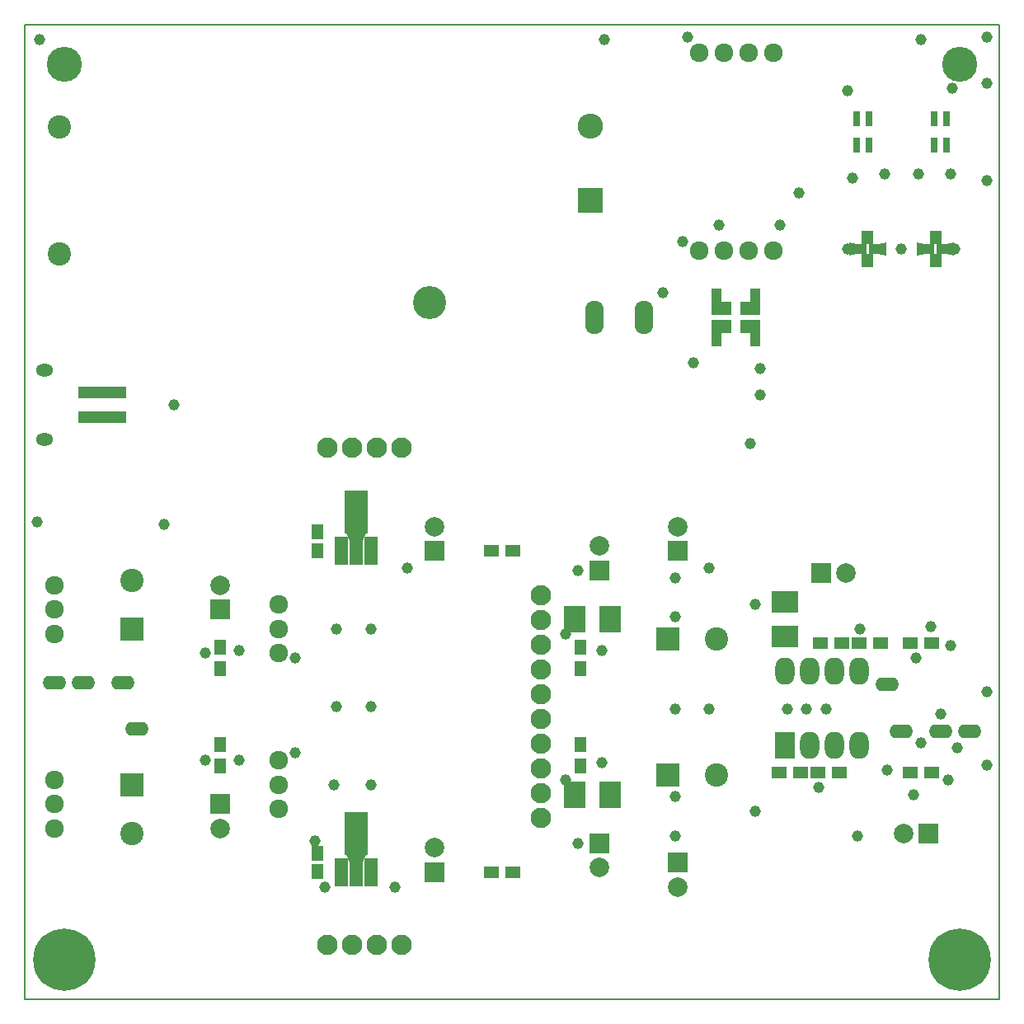
<source format=gbr>
%TF.GenerationSoftware,KiCad,Pcbnew,4.0.7*%
%TF.CreationDate,2021-06-18T00:58:30+09:00*%
%TF.ProjectId,NuTube_MUSES_AMP_PCB_v2,4E75547562655F4D555345535F414D50,rev?*%
%TF.FileFunction,Soldermask,Top*%
%FSLAX46Y46*%
G04 Gerber Fmt 4.6, Leading zero omitted, Abs format (unit mm)*
G04 Created by KiCad (PCBNEW 4.0.7) date 06/18/21 00:58:30*
%MOMM*%
%LPD*%
G01*
G04 APERTURE LIST*
%ADD10C,0.100000*%
%ADD11C,0.150000*%
%ADD12C,1.162000*%
%ADD13C,3.600000*%
%ADD14C,6.400000*%
%ADD15R,1.400000X1.000000*%
%ADD16R,1.200000X1.400000*%
%ADD17R,2.000000X2.000000*%
%ADD18C,2.000000*%
%ADD19R,2.400000X2.400000*%
%ADD20C,2.400000*%
%ADD21R,2.200000X2.700000*%
%ADD22R,2.700000X2.200000*%
%ADD23R,2.600000X2.600000*%
%ADD24O,2.600000X2.600000*%
%ADD25R,1.100000X2.700000*%
%ADD26R,2.100000X1.400000*%
%ADD27R,0.800000X1.600000*%
%ADD28C,3.400000*%
%ADD29O,1.800000X1.300000*%
%ADD30R,4.900000X1.300000*%
%ADD31O,2.400000X1.400000*%
%ADD32R,1.300000X1.600000*%
%ADD33R,1.600000X1.300000*%
%ADD34C,1.924000*%
%ADD35O,1.924000X3.448000*%
%ADD36R,1.400000X2.900000*%
%ADD37R,2.400000X4.400000*%
%ADD38R,2.000000X2.800000*%
%ADD39O,2.000000X2.800000*%
%ADD40R,1.150000X1.600000*%
%ADD41C,2.100000*%
G04 APERTURE END LIST*
D10*
D11*
X142000000Y-130000000D02*
X42000000Y-130000000D01*
X142000000Y-30000000D02*
X142000000Y-130000000D01*
X142000000Y-30000000D02*
X42000000Y-30000000D01*
X42000000Y-30000000D02*
X142000000Y-30000000D01*
X42000000Y-130000000D02*
X42000000Y-30000000D01*
D12*
X116500000Y-73000000D03*
X133500000Y-95000000D03*
X60500000Y-105500000D03*
X60500000Y-94500000D03*
X72750000Y-118500000D03*
X80000000Y-118500000D03*
X81250000Y-85750000D03*
D13*
X138000000Y-34000000D03*
X46000000Y-34000000D03*
D14*
X138000000Y-126000000D03*
D12*
X73750000Y-108000000D03*
X98750000Y-114000000D03*
X98750000Y-86000000D03*
X69750000Y-104750000D03*
X69750000Y-95000000D03*
X74000000Y-92000000D03*
X77500000Y-92000000D03*
X77500000Y-108000000D03*
X64000000Y-105500000D03*
X64000000Y-94250000D03*
D14*
X46000000Y-126000000D03*
D12*
X71750000Y-113750000D03*
X77500000Y-100000000D03*
X74000000Y-100000000D03*
X108750000Y-100250000D03*
X112250000Y-100250000D03*
X112250000Y-85750000D03*
X108750000Y-86750000D03*
X108750000Y-90750000D03*
X108750000Y-113250000D03*
X108750000Y-109250000D03*
X101250000Y-105750000D03*
X97500000Y-107500000D03*
X97500000Y-92500000D03*
X101250000Y-94250000D03*
X117000000Y-89500000D03*
X117000000Y-110750000D03*
X124250000Y-100250000D03*
X122250000Y-100250000D03*
X120250000Y-100250000D03*
X127750000Y-92000000D03*
X123500000Y-108250000D03*
X127500000Y-113250000D03*
X140750000Y-106000000D03*
X136750000Y-107500000D03*
X133250000Y-109000000D03*
X130500000Y-106500000D03*
X134000000Y-103750000D03*
X136000000Y-100750000D03*
X137750000Y-104250000D03*
X135000000Y-91750000D03*
X137000000Y-93750000D03*
X140750000Y-98500000D03*
X137500000Y-53000000D03*
X126500000Y-53000000D03*
X132000000Y-53000000D03*
X127000000Y-45750000D03*
X130250000Y-45250000D03*
X133750000Y-45250000D03*
X137000000Y-45250000D03*
X137250000Y-36500000D03*
X140750000Y-36000000D03*
X140750000Y-31250000D03*
X134000000Y-31500000D03*
X126500000Y-36750000D03*
X110000000Y-31250000D03*
X121500000Y-47250000D03*
X109500000Y-52250000D03*
X113250000Y-50500000D03*
X43250000Y-81000000D03*
X56250000Y-81250000D03*
X57250000Y-69000000D03*
X117500000Y-68000000D03*
X117500000Y-65250000D03*
X110600000Y-64700000D03*
X107500000Y-57500000D03*
X101500000Y-31500000D03*
X140750000Y-46000000D03*
X119500000Y-50500000D03*
D10*
G36*
X126600000Y-52300000D02*
X127400000Y-52500000D01*
X127400000Y-53500000D01*
X126600000Y-53700000D01*
X126600000Y-52300000D01*
X126600000Y-52300000D01*
G37*
D15*
X129300000Y-53000000D03*
D16*
X128500000Y-51800000D03*
D15*
X127700000Y-53000000D03*
D16*
X128500000Y-54200000D03*
D10*
G36*
X129600000Y-52500000D02*
X130400000Y-52300000D01*
X130400000Y-53700000D01*
X129600000Y-53500000D01*
X129600000Y-52500000D01*
X129600000Y-52500000D01*
G37*
G36*
X137400000Y-53700000D02*
X136600000Y-53500000D01*
X136600000Y-52500000D01*
X137400000Y-52300000D01*
X137400000Y-53700000D01*
X137400000Y-53700000D01*
G37*
D15*
X134700000Y-53000000D03*
D16*
X135500000Y-54200000D03*
D15*
X136300000Y-53000000D03*
D16*
X135500000Y-51800000D03*
D10*
G36*
X134400000Y-53500000D02*
X133600000Y-53700000D01*
X133600000Y-52300000D01*
X134400000Y-52500000D01*
X134400000Y-53500000D01*
X134400000Y-53500000D01*
G37*
D17*
X84000000Y-84000000D03*
D18*
X84000000Y-81500000D03*
D17*
X84000000Y-117000000D03*
D18*
X84000000Y-114500000D03*
D19*
X53000000Y-92000000D03*
D20*
X53000000Y-87000000D03*
D17*
X62000000Y-90000000D03*
D18*
X62000000Y-87500000D03*
D19*
X53000000Y-108000000D03*
D20*
X53000000Y-113000000D03*
D17*
X62000000Y-110000000D03*
D18*
X62000000Y-112500000D03*
D17*
X109000000Y-84000000D03*
D18*
X109000000Y-81500000D03*
D21*
X102050000Y-91000000D03*
X98450000Y-91000000D03*
D17*
X101000000Y-114000000D03*
D18*
X101000000Y-116500000D03*
D17*
X101000000Y-86000000D03*
D18*
X101000000Y-83500000D03*
D21*
X102050000Y-109000000D03*
X98450000Y-109000000D03*
D17*
X109000000Y-116000000D03*
D18*
X109000000Y-118500000D03*
D19*
X108000000Y-107000000D03*
D20*
X113000000Y-107000000D03*
D19*
X108000000Y-93000000D03*
D20*
X113000000Y-93000000D03*
D17*
X123750000Y-86250000D03*
D18*
X126250000Y-86250000D03*
D17*
X134750000Y-113000000D03*
D18*
X132250000Y-113000000D03*
D22*
X120000000Y-92800000D03*
X120000000Y-89200000D03*
D23*
X100000000Y-48000000D03*
D24*
X100000000Y-40380000D03*
D25*
X113000000Y-61600000D03*
X117000000Y-61600000D03*
X117000000Y-58400000D03*
X113000000Y-58400000D03*
D26*
X113500000Y-60950000D03*
X116500000Y-60950000D03*
X116500000Y-59050000D03*
X113500000Y-59050000D03*
D27*
X128650000Y-39650000D03*
X127350000Y-39650000D03*
X127350000Y-42350000D03*
X128650000Y-42350000D03*
X136650000Y-39650000D03*
X135350000Y-39650000D03*
X135350000Y-42350000D03*
X136650000Y-42350000D03*
D20*
X45500000Y-40500000D03*
X45500000Y-53500000D03*
D28*
X83500000Y-58500000D03*
D29*
X44000000Y-65450000D03*
D30*
X49900000Y-70300000D03*
X49900000Y-67700000D03*
D29*
X44000000Y-72550000D03*
D31*
X45000000Y-97500000D03*
X48000000Y-97500000D03*
X52000000Y-97500000D03*
X53500000Y-102300000D03*
X139000000Y-102500000D03*
X136000000Y-102500000D03*
X132000000Y-102500000D03*
X130500000Y-97700000D03*
D32*
X62000000Y-96100000D03*
X62000000Y-93900000D03*
D33*
X89900000Y-84000000D03*
X92100000Y-84000000D03*
D32*
X62000000Y-103900000D03*
X62000000Y-106100000D03*
D33*
X89900000Y-117000000D03*
X92100000Y-117000000D03*
D32*
X99000000Y-106100000D03*
X99000000Y-103900000D03*
X99000000Y-93900000D03*
X99000000Y-96100000D03*
D33*
X123400000Y-106750000D03*
X125600000Y-106750000D03*
X121600000Y-106750000D03*
X119400000Y-106750000D03*
X132900000Y-106750000D03*
X135100000Y-106750000D03*
X127650000Y-93500000D03*
X129850000Y-93500000D03*
X125850000Y-93500000D03*
X123650000Y-93500000D03*
X132900000Y-93500000D03*
X135100000Y-93500000D03*
D34*
X45000000Y-92500000D03*
X45000000Y-90000000D03*
X45000000Y-87500000D03*
X68000000Y-89500000D03*
X68000000Y-92000000D03*
X68000000Y-94500000D03*
X45000000Y-107500000D03*
X45000000Y-110000000D03*
X45000000Y-112500000D03*
X68000000Y-110500000D03*
X68000000Y-108000000D03*
X68000000Y-105500000D03*
D35*
X105540000Y-60000000D03*
X100460000Y-60000000D03*
D34*
X111190000Y-53160000D03*
X113730000Y-53160000D03*
X116270000Y-53160000D03*
X118810000Y-53160000D03*
X111190000Y-32840000D03*
X113730000Y-32840000D03*
X116270000Y-32840000D03*
X118810000Y-32840000D03*
D36*
X74500000Y-83980000D03*
X76000000Y-83980000D03*
X77500000Y-83980000D03*
D37*
X76000000Y-80020000D03*
D10*
G36*
X77200000Y-81795000D02*
X76700000Y-82945000D01*
X75300000Y-82945000D01*
X74800000Y-81795000D01*
X77200000Y-81795000D01*
X77200000Y-81795000D01*
G37*
D36*
X74500000Y-116980000D03*
X76000000Y-116980000D03*
X77500000Y-116980000D03*
D37*
X76000000Y-113020000D03*
D10*
G36*
X77200000Y-114795000D02*
X76700000Y-115945000D01*
X75300000Y-115945000D01*
X74800000Y-114795000D01*
X77200000Y-114795000D01*
X77200000Y-114795000D01*
G37*
D38*
X120000000Y-104000000D03*
D39*
X127620000Y-96380000D03*
X122540000Y-104000000D03*
X125080000Y-96380000D03*
X125080000Y-104000000D03*
X122540000Y-96380000D03*
X127620000Y-104000000D03*
X120000000Y-96380000D03*
D40*
X72000000Y-83950000D03*
X72000000Y-82050000D03*
X72000000Y-116950000D03*
X72000000Y-115050000D03*
D41*
X95000000Y-111430000D03*
X95000000Y-108890000D03*
X95000000Y-106350000D03*
X95000000Y-103810000D03*
X95000000Y-101270000D03*
X95000000Y-98730000D03*
X95000000Y-96190000D03*
X95000000Y-93650000D03*
X95000000Y-91110000D03*
X95000000Y-88570000D03*
X73000000Y-124430000D03*
X75540000Y-124430000D03*
X78080000Y-124430000D03*
X80620000Y-124430000D03*
X80620000Y-73430000D03*
X78080000Y-73430000D03*
X75540000Y-73430000D03*
X73000000Y-73430000D03*
D12*
X43500000Y-31500000D03*
M02*

</source>
